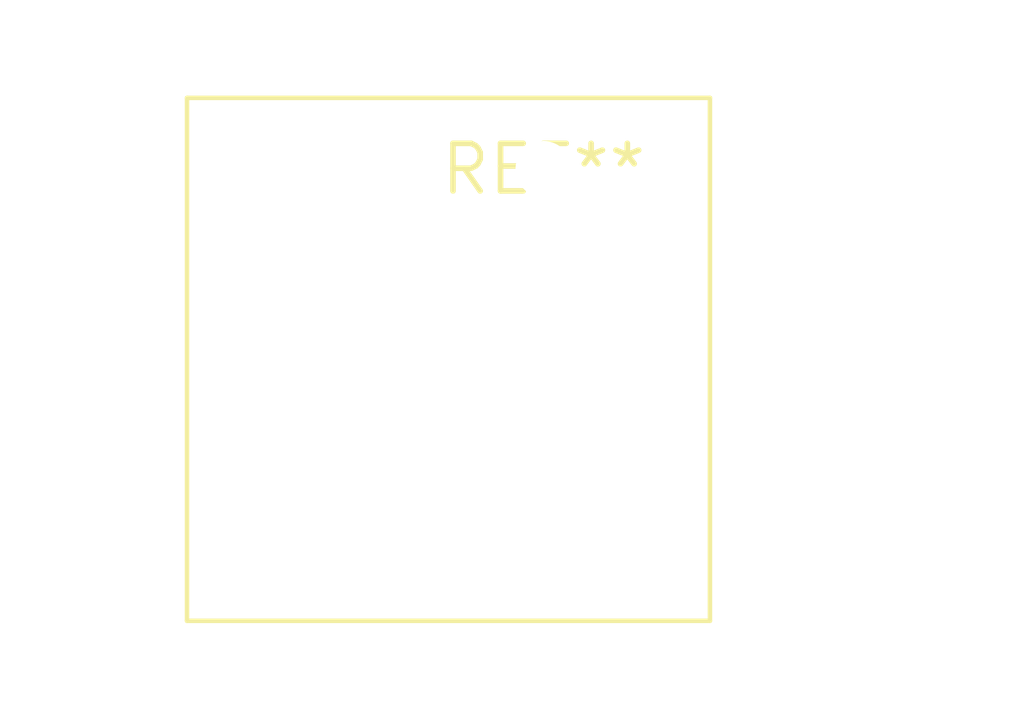
<source format=kicad_pcb>
(kicad_pcb (version 20240108) (generator pcbnew)
  (layers (0 "F.Cu" signal) (31 "B.Cu" signal) (34 "B.Paste" user) (35 "F.Paste" user) (36 "B.SilkS" user "B.Silkscreen") (37 "F.SilkS" user "F.Silkscreen") (38 "B.Mask" user) (39 "F.Mask" user) (44 "Edge.Cuts" user))
  (net 0 "")
  (footprint "SW_Cherry_MX_1.25u_Plate" (layer "F.Cu") (at 0 0)
    (property "Reference" "REF**")
    (property "Value" "SW_Cherry_MX_1.25u_Plate")
    (fp_line (start -9.525 -1.905) (end 4.445 -1.905) (layer "F.SilkS") (stroke (width 0.12)))
    (fp_line (start -9.525 12.065) (end -9.525 -1.905) (layer "F.SilkS") (stroke (width 0.12)))
    (fp_line (start 4.445 -1.905) (end 4.445 12.065) (layer "F.SilkS") (stroke (width 0.12)))
    (fp_line (start 4.445 12.065) (end -9.525 12.065) (layer "F.SilkS") (stroke (width 0.12)))
    (pad "" np_thru_hole circle (at -2.54 5.08) (size 4 4) (drill 4) (layers *.Cu *.Mask))
    (pad "1" thru_hole circle (at 0 0) (size 2.2 2.2) (drill 1.5) (layers *.Cu *.Mask) (remove_unused_layers))
    (pad "2" thru_hole circle (at -6.35 2.54) (size 2.2 2.2) (drill 1.5) (layers *.Cu *.Mask) (remove_unused_layers))
  )
)
</source>
